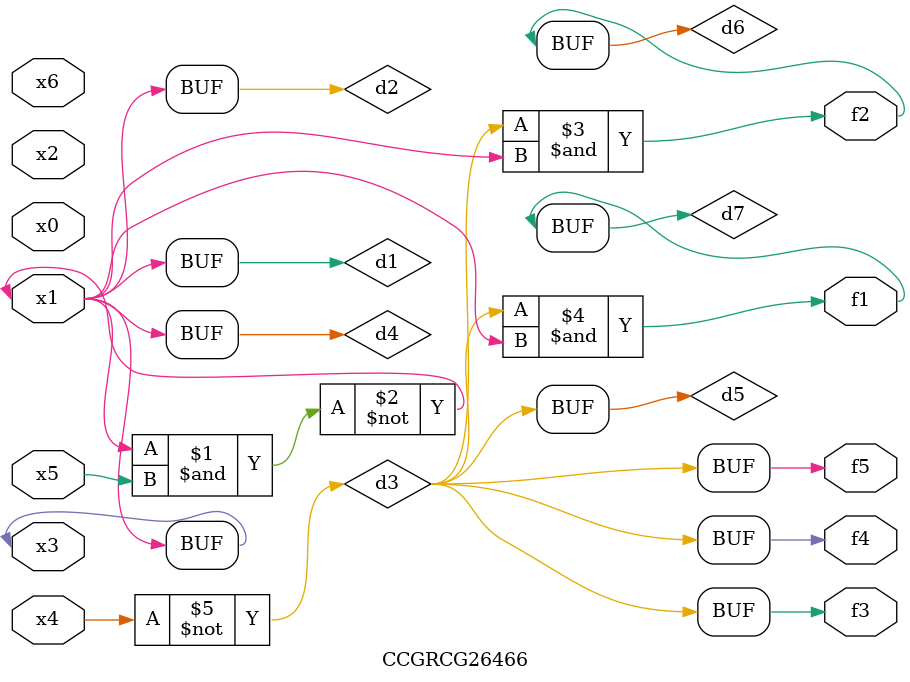
<source format=v>
module CCGRCG26466(
	input x0, x1, x2, x3, x4, x5, x6,
	output f1, f2, f3, f4, f5
);

	wire d1, d2, d3, d4, d5, d6, d7;

	buf (d1, x1, x3);
	nand (d2, x1, x5);
	not (d3, x4);
	buf (d4, d1, d2);
	buf (d5, d3);
	and (d6, d3, d4);
	and (d7, d3, d4);
	assign f1 = d7;
	assign f2 = d6;
	assign f3 = d5;
	assign f4 = d5;
	assign f5 = d5;
endmodule

</source>
